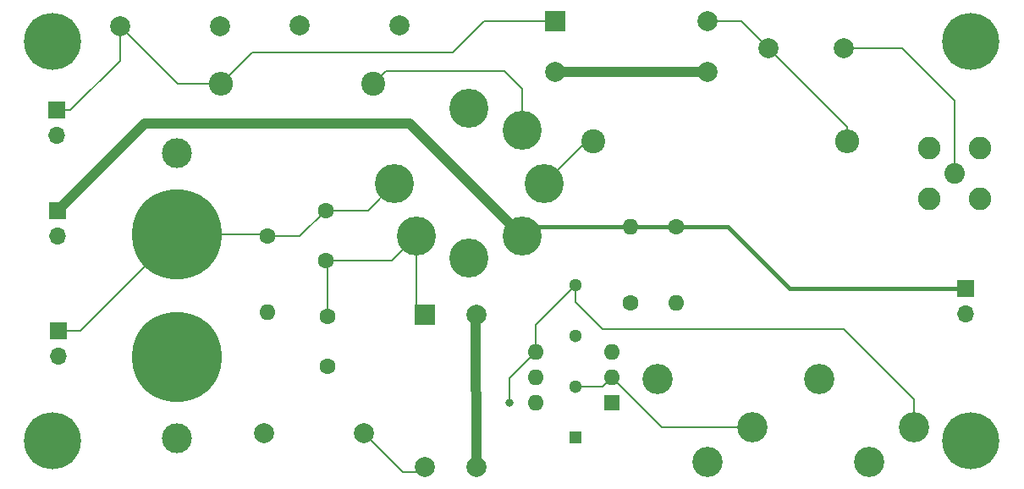
<source format=gbr>
%TF.GenerationSoftware,KiCad,Pcbnew,(6.0.7)*%
%TF.CreationDate,2022-09-09T14:56:33-07:00*%
%TF.ProjectId,12AQ5 osc amp,31324151-3520-46f7-9363-20616d702e6b,rev?*%
%TF.SameCoordinates,Original*%
%TF.FileFunction,Copper,L1,Top*%
%TF.FilePolarity,Positive*%
%FSLAX46Y46*%
G04 Gerber Fmt 4.6, Leading zero omitted, Abs format (unit mm)*
G04 Created by KiCad (PCBNEW (6.0.7)) date 2022-09-09 14:56:33*
%MOMM*%
%LPD*%
G01*
G04 APERTURE LIST*
%TA.AperFunction,EtchedComponent*%
%ADD10C,1.000000*%
%TD*%
%TA.AperFunction,ComponentPad*%
%ADD11R,1.700000X1.700000*%
%TD*%
%TA.AperFunction,ComponentPad*%
%ADD12O,1.700000X1.700000*%
%TD*%
%TA.AperFunction,ComponentPad*%
%ADD13R,1.300000X1.300000*%
%TD*%
%TA.AperFunction,ComponentPad*%
%ADD14C,1.300000*%
%TD*%
%TA.AperFunction,ComponentPad*%
%ADD15C,3.016000*%
%TD*%
%TA.AperFunction,ComponentPad*%
%ADD16C,2.000000*%
%TD*%
%TA.AperFunction,ComponentPad*%
%ADD17C,3.900000*%
%TD*%
%TA.AperFunction,ComponentPad*%
%ADD18R,2.000000X2.000000*%
%TD*%
%TA.AperFunction,ComponentPad*%
%ADD19C,1.600000*%
%TD*%
%TA.AperFunction,ComponentPad*%
%ADD20C,3.600000*%
%TD*%
%TA.AperFunction,ConnectorPad*%
%ADD21C,5.700000*%
%TD*%
%TA.AperFunction,ComponentPad*%
%ADD22C,2.400000*%
%TD*%
%TA.AperFunction,ComponentPad*%
%ADD23O,2.400000X2.400000*%
%TD*%
%TA.AperFunction,ComponentPad*%
%ADD24C,2.050000*%
%TD*%
%TA.AperFunction,ComponentPad*%
%ADD25C,2.250000*%
%TD*%
%TA.AperFunction,ComponentPad*%
%ADD26O,1.600000X1.600000*%
%TD*%
%TA.AperFunction,ComponentPad*%
%ADD27R,1.600000X1.600000*%
%TD*%
%TA.AperFunction,ComponentPad*%
%ADD28C,3.000000*%
%TD*%
%TA.AperFunction,ComponentPad*%
%ADD29C,9.000000*%
%TD*%
%TA.AperFunction,ViaPad*%
%ADD30C,0.800000*%
%TD*%
%TA.AperFunction,Conductor*%
%ADD31C,0.200000*%
%TD*%
%TA.AperFunction,Conductor*%
%ADD32C,0.400000*%
%TD*%
%TA.AperFunction,Conductor*%
%ADD33C,1.000000*%
%TD*%
G04 APERTURE END LIST*
D10*
%TO.C,L2*%
X79142500Y-119457500D02*
X92366500Y-119447500D01*
%TO.C,L1*%
X70172500Y-144707700D02*
X70192500Y-157942500D01*
%TD*%
D11*
%TO.P,J7,1*%
%TO.N,+BATT*%
X119200000Y-141100000D03*
D12*
%TO.P,J7,2*%
%TO.N,GND*%
X119200000Y-143640000D03*
%TD*%
D13*
%TO.P,U1,1,D1*%
%TO.N,GND*%
X80150000Y-156010500D03*
D14*
%TO.P,U1,2,A*%
%TO.N,Keyer*%
X80150000Y-150930500D03*
%TO.P,U1,3,K*%
%TO.N,Net-(R3-Pad1)*%
X80150000Y-145850500D03*
%TO.P,U1,4,D2*%
%TO.N,SK*%
X80150000Y-140770500D03*
%TD*%
D15*
%TO.P,J4,1*%
%TO.N,GND*%
X93367900Y-158500000D03*
%TO.P,J4,2*%
%TO.N,Keyer*%
X97867900Y-155000000D03*
%TO.P,J4,3*%
%TO.N,unconnected-(J4-Pad3)*%
X88367900Y-150200000D03*
%TD*%
D16*
%TO.P,C6,1*%
%TO.N,RFout*%
X106950000Y-117050000D03*
%TO.P,C6,2*%
%TO.N,Net-(\u002AR1-Pad2)*%
X99450000Y-117050000D03*
%TD*%
D11*
%TO.P,J2,1*%
%TO.N,B+*%
X28250000Y-123275000D03*
D12*
%TO.P,J2,2*%
%TO.N,GND*%
X28250000Y-125815000D03*
%TD*%
D17*
%TO.P,V1,1,G1*%
%TO.N,Net-(C1-Pad1)*%
X62007000Y-130650800D03*
%TO.P,V1,2,K*%
%TO.N,Net-(C1-Pad2)*%
X64217000Y-135883000D03*
%TO.P,V1,3,F2*%
%TO.N,GND*%
X69500000Y-138093000D03*
%TO.P,V1,4,F1*%
%TO.N,+BATT*%
X74783000Y-135883000D03*
%TO.P,V1,5,A*%
%TO.N,Net-(\u002AR1-Pad1)*%
X76967600Y-130600000D03*
%TO.P,V1,6,G2*%
%TO.N,Net-(C4-Pad1)*%
X74783000Y-125317000D03*
%TO.P,V1,7,G1*%
%TO.N,unconnected-(V1-Pad7)*%
X69503311Y-123109719D03*
%TD*%
D16*
%TO.P,L2,*%
%TO.N,*%
X93342500Y-119457500D03*
X78142500Y-119457500D03*
D18*
%TO.P,L2,1*%
%TO.N,B+*%
X78142500Y-114357500D03*
D16*
%TO.P,L2,2*%
%TO.N,Net-(\u002AR1-Pad2)*%
X93342500Y-114357500D03*
%TD*%
D19*
%TO.P,C2,1*%
%TO.N,Net-(C1-Pad2)*%
X55300000Y-143900000D03*
%TO.P,C2,2*%
%TO.N,GND*%
X55300000Y-148900000D03*
%TD*%
D20*
%TO.P,H1,*%
%TO.N,GND*%
X27850000Y-156350000D03*
D21*
%TO.P,H1,1,1*%
X27850000Y-156350000D03*
%TD*%
D20*
%TO.P,H4,*%
%TO.N,GND*%
X27850000Y-116350000D03*
D21*
%TO.P,H4,1,1*%
X27850000Y-116350000D03*
%TD*%
D22*
%TO.P,\u002AR1,1*%
%TO.N,Net-(\u002AR1-Pad1)*%
X81900000Y-126350000D03*
D23*
%TO.P,\u002AR1,2*%
%TO.N,Net-(\u002AR1-Pad2)*%
X107300000Y-126350000D03*
%TD*%
D22*
%TO.P,R2,1*%
%TO.N,Net-(C4-Pad1)*%
X59920000Y-120600000D03*
D23*
%TO.P,R2,2*%
%TO.N,B+*%
X44680000Y-120600000D03*
%TD*%
D24*
%TO.P,J6,1,In*%
%TO.N,RFout*%
X118050000Y-129600000D03*
D25*
%TO.P,J6,2,Ext*%
%TO.N,GND*%
X115510000Y-127060000D03*
X115510000Y-132140000D03*
X120590000Y-132140000D03*
X120590000Y-127060000D03*
%TD*%
D19*
%TO.P,R3,1*%
%TO.N,Net-(R3-Pad1)*%
X85600000Y-142510000D03*
D26*
%TO.P,R3,2*%
%TO.N,+BATT*%
X85600000Y-134890000D03*
%TD*%
D16*
%TO.P,L1,*%
%TO.N,*%
X70192500Y-158942500D03*
X70192500Y-143742500D03*
D18*
%TO.P,L1,1*%
%TO.N,Net-(C1-Pad2)*%
X65092500Y-143742500D03*
D16*
%TO.P,L1,2*%
%TO.N,SK*%
X65092500Y-158942500D03*
%TD*%
%TO.P,C3,1*%
%TO.N,SK*%
X58950000Y-155600000D03*
%TO.P,C3,2*%
%TO.N,GND*%
X48950000Y-155600000D03*
%TD*%
D11*
%TO.P,J5,1*%
%TO.N,Net-(C1-Pad1)*%
X28400000Y-145325000D03*
D12*
%TO.P,J5,2*%
%TO.N,GND*%
X28400000Y-147865000D03*
%TD*%
D20*
%TO.P,H3,*%
%TO.N,GND*%
X119700000Y-156350000D03*
D21*
%TO.P,H3,1,1*%
X119700000Y-156350000D03*
%TD*%
D19*
%TO.P,R1,1*%
%TO.N,Net-(C1-Pad1)*%
X49350000Y-135890000D03*
D26*
%TO.P,R1,2*%
%TO.N,GND*%
X49350000Y-143510000D03*
%TD*%
D27*
%TO.P,U2,1,+_cntrl*%
%TO.N,Net-(R4-Pad2)*%
X83750000Y-152550000D03*
D26*
%TO.P,U2,2,-_cntrl*%
%TO.N,Keyer*%
X83750000Y-150010000D03*
%TO.P,U2,3,n/c*%
%TO.N,unconnected-(U2-Pad3)*%
X83750000Y-147470000D03*
%TO.P,U2,4,+_load0*%
%TO.N,SK*%
X76130000Y-147470000D03*
%TO.P,U2,5,-_load*%
%TO.N,GND*%
X76130000Y-150010000D03*
%TO.P,U2,6,+_load1*%
%TO.N,SK*%
X76130000Y-152550000D03*
%TD*%
D19*
%TO.P,C1,1*%
%TO.N,Net-(C1-Pad1)*%
X55150000Y-133300000D03*
%TO.P,C1,2*%
%TO.N,Net-(C1-Pad2)*%
X55150000Y-138300000D03*
%TD*%
%TO.P,R4,1*%
%TO.N,+BATT*%
X90250000Y-134890000D03*
D26*
%TO.P,R4,2*%
%TO.N,Net-(R4-Pad2)*%
X90250000Y-142510000D03*
%TD*%
D11*
%TO.P,J1,1*%
%TO.N,+BATT*%
X28350000Y-133300000D03*
D12*
%TO.P,J1,2*%
%TO.N,GND*%
X28350000Y-135840000D03*
%TD*%
D16*
%TO.P,C5,1*%
%TO.N,B+*%
X34550000Y-114850000D03*
%TO.P,C5,2*%
%TO.N,GND*%
X44550000Y-114850000D03*
%TD*%
%TO.P,C4,1*%
%TO.N,Net-(C4-Pad1)*%
X62550000Y-114800000D03*
%TO.P,C4,2*%
%TO.N,GND*%
X52550000Y-114800000D03*
%TD*%
D20*
%TO.P,H2,*%
%TO.N,GND*%
X119700000Y-116350000D03*
D21*
%TO.P,H2,1,1*%
X119700000Y-116350000D03*
%TD*%
D15*
%TO.P,J3,1*%
%TO.N,GND*%
X109516000Y-158500000D03*
%TO.P,J3,2*%
%TO.N,SK*%
X114016000Y-155000000D03*
%TO.P,J3,3*%
%TO.N,unconnected-(J3-Pad3)*%
X104516000Y-150200000D03*
%TD*%
D28*
%TO.P,Y1,*%
%TO.N,*%
X40250000Y-127575000D03*
X40250000Y-156075000D03*
D29*
%TO.P,Y1,1,1*%
%TO.N,Net-(C1-Pad1)*%
X40250000Y-135650000D03*
%TO.P,Y1,2,2*%
%TO.N,GND*%
X40250000Y-148000000D03*
%TD*%
D30*
%TO.N,SK*%
X73550000Y-152550000D03*
%TD*%
D31*
%TO.N,Keyer*%
X88740000Y-155000000D02*
X97867900Y-155000000D01*
X80150000Y-150930500D02*
X82829500Y-150930500D01*
X83750000Y-150010000D02*
X88740000Y-155000000D01*
X82829500Y-150930500D02*
X83750000Y-150010000D01*
%TO.N,SK*%
X73550000Y-150050000D02*
X76130000Y-147470000D01*
X114016000Y-152216000D02*
X106950000Y-145150000D01*
X76130000Y-147470000D02*
X76130000Y-144790500D01*
X80150000Y-142450000D02*
X82850000Y-145150000D01*
X62850000Y-159500000D02*
X65000000Y-159500000D01*
X58950000Y-155600000D02*
X62850000Y-159500000D01*
X73550000Y-150050000D02*
X73550000Y-152550000D01*
X80150000Y-140770500D02*
X80150000Y-142450000D01*
X82850000Y-145150000D02*
X106950000Y-145150000D01*
X114016000Y-155000000D02*
X114016000Y-152216000D01*
X76130000Y-144790500D02*
X80150000Y-140770500D01*
D32*
%TO.N,+BATT*%
X90250000Y-134890000D02*
X85600000Y-134890000D01*
D33*
X63500000Y-124600000D02*
X74783000Y-135883000D01*
X37050000Y-124600000D02*
X63500000Y-124600000D01*
D32*
X85600000Y-134890000D02*
X75776000Y-134890000D01*
X101550000Y-141100000D02*
X119200000Y-141100000D01*
X75776000Y-134890000D02*
X74783000Y-135883000D01*
D33*
X28350000Y-133300000D02*
X37050000Y-124600000D01*
D32*
X95340000Y-134890000D02*
X90250000Y-134890000D01*
X95340000Y-134890000D02*
X101550000Y-141100000D01*
D31*
%TO.N,B+*%
X44680000Y-120600000D02*
X40300000Y-120600000D01*
X34550000Y-118350000D02*
X29625000Y-123275000D01*
X70992500Y-114357500D02*
X67850000Y-117500000D01*
X67850000Y-117500000D02*
X47780000Y-117500000D01*
X78142500Y-114357500D02*
X70992500Y-114357500D01*
X47780000Y-117500000D02*
X44680000Y-120600000D01*
X34550000Y-114850000D02*
X34550000Y-118350000D01*
X40300000Y-120600000D02*
X34550000Y-114850000D01*
X29625000Y-123275000D02*
X28250000Y-123275000D01*
%TO.N,Net-(C1-Pad1)*%
X55150000Y-133300000D02*
X59357800Y-133300000D01*
X30575000Y-145325000D02*
X40250000Y-135650000D01*
X28400000Y-145325000D02*
X30575000Y-145325000D01*
X59357800Y-133300000D02*
X62007000Y-130650800D01*
X52560000Y-135890000D02*
X55150000Y-133300000D01*
X49350000Y-135890000D02*
X52560000Y-135890000D01*
X40250000Y-135650000D02*
X49110000Y-135650000D01*
X49110000Y-135650000D02*
X49350000Y-135890000D01*
%TO.N,RFout*%
X118050000Y-122300000D02*
X118050000Y-129600000D01*
X112800000Y-117050000D02*
X118050000Y-122300000D01*
X106950000Y-117050000D02*
X112800000Y-117050000D01*
%TO.N,Net-(C1-Pad2)*%
X55300000Y-143900000D02*
X55300000Y-138450000D01*
X55150000Y-138300000D02*
X61800000Y-138300000D01*
X61875000Y-138225000D02*
X64217000Y-135883000D01*
X55300000Y-138450000D02*
X55150000Y-138300000D01*
X64217000Y-135883000D02*
X64217000Y-143517000D01*
X61800000Y-138300000D02*
X61875000Y-138225000D01*
X64217000Y-143517000D02*
X65000000Y-144300000D01*
%TO.N,Net-(C4-Pad1)*%
X59920000Y-120600000D02*
X61170000Y-119350000D01*
X72990000Y-119350000D02*
X74783000Y-121143000D01*
X61170000Y-119350000D02*
X72990000Y-119350000D01*
X74783000Y-121143000D02*
X74783000Y-125317000D01*
%TO.N,Net-(\u002AR1-Pad2)*%
X93342500Y-114357500D02*
X96757500Y-114357500D01*
X107300000Y-124900000D02*
X107300000Y-126350000D01*
X99450000Y-117050000D02*
X107300000Y-124900000D01*
X96757500Y-114357500D02*
X99450000Y-117050000D01*
%TO.N,Net-(\u002AR1-Pad1)*%
X81217600Y-126350000D02*
X81900000Y-126350000D01*
X76967600Y-130600000D02*
X81217600Y-126350000D01*
%TD*%
M02*

</source>
